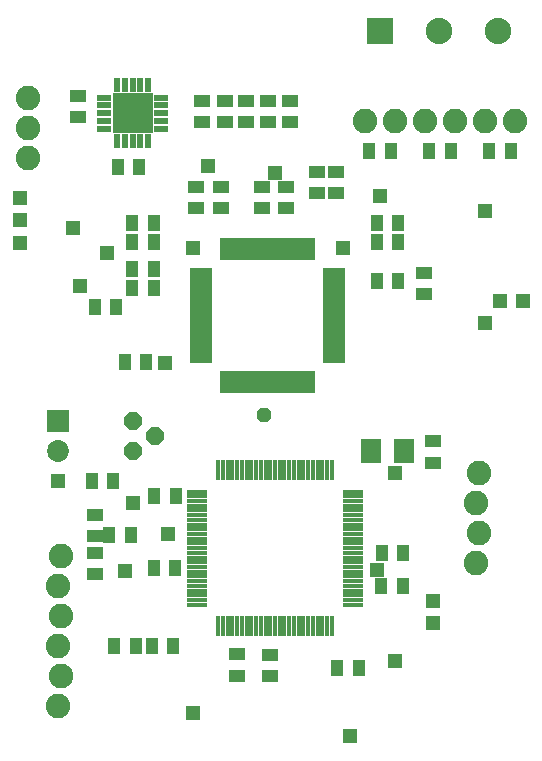
<source format=gts>
G75*
%MOIN*%
%OFA0B0*%
%FSLAX24Y24*%
%IPPOS*%
%LPD*%
%AMOC8*
5,1,8,0,0,1.08239X$1,22.5*
%
%ADD10R,0.0740X0.0190*%
%ADD11R,0.0190X0.0740*%
%ADD12R,0.0470X0.0220*%
%ADD13R,0.0220X0.0470*%
%ADD14R,0.1320X0.1320*%
%ADD15R,0.0552X0.0395*%
%ADD16R,0.0730X0.0730*%
%ADD17C,0.0730*%
%ADD18R,0.0395X0.0552*%
%ADD19C,0.0820*%
%ADD20OC8,0.0600*%
%ADD21R,0.0660X0.0170*%
%ADD22R,0.0170X0.0660*%
%ADD23R,0.0710X0.0789*%
%ADD24R,0.0880X0.0880*%
%ADD25C,0.0880*%
%ADD26R,0.0476X0.0476*%
%ADD27OC8,0.0476*%
D10*
X007280Y013980D03*
X007280Y014180D03*
X007280Y014380D03*
X007280Y014570D03*
X007280Y014770D03*
X007280Y014970D03*
X007280Y015160D03*
X007280Y015360D03*
X007280Y015560D03*
X007280Y015760D03*
X007280Y015950D03*
X007280Y016150D03*
X007280Y016350D03*
X007280Y016540D03*
X007280Y016740D03*
X007280Y016940D03*
X011700Y016940D03*
X011700Y016740D03*
X011700Y016540D03*
X011700Y016350D03*
X011700Y016150D03*
X011700Y015950D03*
X011700Y015760D03*
X011700Y015560D03*
X011700Y015360D03*
X011700Y015160D03*
X011700Y014970D03*
X011700Y014770D03*
X011700Y014570D03*
X011700Y014380D03*
X011700Y014180D03*
X011700Y013980D03*
D11*
X010970Y013250D03*
X010770Y013250D03*
X010570Y013250D03*
X010380Y013250D03*
X010180Y013250D03*
X009980Y013250D03*
X009790Y013250D03*
X009590Y013250D03*
X009390Y013250D03*
X009190Y013250D03*
X009000Y013250D03*
X008800Y013250D03*
X008600Y013250D03*
X008410Y013250D03*
X008210Y013250D03*
X008010Y013250D03*
X008010Y017670D03*
X008210Y017670D03*
X008410Y017670D03*
X008600Y017670D03*
X008800Y017670D03*
X009000Y017670D03*
X009190Y017670D03*
X009390Y017670D03*
X009590Y017670D03*
X009790Y017670D03*
X009980Y017670D03*
X010180Y017670D03*
X010380Y017670D03*
X010570Y017670D03*
X010770Y017670D03*
X010970Y017670D03*
D12*
X005930Y021700D03*
X005930Y021950D03*
X005930Y022210D03*
X005930Y022470D03*
X005930Y022720D03*
X004050Y022720D03*
X004050Y022470D03*
X004050Y022210D03*
X004050Y021950D03*
X004050Y021700D03*
D13*
X004480Y021270D03*
X004730Y021270D03*
X004990Y021270D03*
X005250Y021270D03*
X005500Y021270D03*
X005500Y023150D03*
X005250Y023150D03*
X004990Y023150D03*
X004730Y023150D03*
X004480Y023150D03*
D14*
X004990Y022210D03*
D15*
X003170Y022086D03*
X003170Y022794D03*
X007090Y019764D03*
X007090Y019056D03*
X007940Y019056D03*
X007940Y019764D03*
X009290Y019764D03*
X009290Y019056D03*
X010090Y019056D03*
X010090Y019764D03*
X011130Y019546D03*
X011130Y020254D03*
X011770Y020254D03*
X011770Y019546D03*
X010250Y021916D03*
X010250Y022624D03*
X009520Y022624D03*
X009520Y021916D03*
X008780Y021916D03*
X008780Y022624D03*
X008060Y022624D03*
X008060Y021916D03*
X007300Y021916D03*
X007300Y022624D03*
X014700Y016884D03*
X014700Y016176D03*
X015010Y011274D03*
X015010Y010566D03*
X009580Y004154D03*
X009580Y003446D03*
X008480Y003466D03*
X008480Y004174D03*
X003740Y006856D03*
X003740Y007564D03*
X003740Y008106D03*
X003740Y008814D03*
D16*
X002490Y011960D03*
D17*
X002490Y010960D03*
D18*
X003636Y009960D03*
X004344Y009960D03*
X004216Y008140D03*
X004924Y008140D03*
X005696Y007040D03*
X006404Y007040D03*
X006424Y009440D03*
X005716Y009440D03*
X005444Y013910D03*
X004736Y013910D03*
X004444Y015740D03*
X004986Y016370D03*
X004986Y017010D03*
X005694Y017010D03*
X005694Y016370D03*
X005694Y017910D03*
X005694Y018560D03*
X004986Y018560D03*
X004986Y017910D03*
X003736Y015740D03*
X004506Y020430D03*
X005214Y020430D03*
X012886Y020960D03*
X013594Y020960D03*
X014886Y020960D03*
X015594Y020960D03*
X016886Y020960D03*
X017594Y020960D03*
X013844Y018560D03*
X013844Y017910D03*
X013136Y017910D03*
X013136Y018560D03*
X013136Y016610D03*
X013844Y016610D03*
X014004Y007560D03*
X013296Y007560D03*
X013286Y006450D03*
X013994Y006450D03*
X012524Y003720D03*
X011816Y003720D03*
X006344Y004460D03*
X005636Y004460D03*
X005094Y004460D03*
X004386Y004460D03*
D19*
X002490Y002460D03*
X002590Y003460D03*
X002490Y004460D03*
X002590Y005460D03*
X002490Y006460D03*
X002590Y007460D03*
X001490Y020710D03*
X001490Y021710D03*
X001490Y022710D03*
X012740Y021960D03*
X013740Y021960D03*
X014740Y021960D03*
X015740Y021960D03*
X016740Y021960D03*
X017740Y021960D03*
X016540Y010210D03*
X016440Y009210D03*
X016540Y008210D03*
X016440Y007210D03*
D20*
X005740Y011460D03*
X004990Y010960D03*
X004990Y011960D03*
D21*
X007140Y009600D03*
X007140Y009440D03*
X007140Y009280D03*
X007140Y009130D03*
X007140Y008970D03*
X007140Y008810D03*
X007140Y008650D03*
X007140Y008500D03*
X007140Y008340D03*
X007140Y008180D03*
X007140Y008020D03*
X007140Y007870D03*
X007140Y007710D03*
X007140Y007550D03*
X007140Y007400D03*
X007140Y007240D03*
X007140Y007080D03*
X007140Y006920D03*
X007140Y006770D03*
X007140Y006610D03*
X007140Y006450D03*
X007140Y006290D03*
X007140Y006140D03*
X007140Y005980D03*
X007140Y005820D03*
X012340Y005820D03*
X012340Y005980D03*
X012340Y006140D03*
X012340Y006290D03*
X012340Y006450D03*
X012340Y006610D03*
X012340Y006770D03*
X012340Y006920D03*
X012340Y007080D03*
X012340Y007240D03*
X012340Y007400D03*
X012340Y007550D03*
X012340Y007710D03*
X012340Y007870D03*
X012340Y008020D03*
X012340Y008180D03*
X012340Y008340D03*
X012340Y008500D03*
X012340Y008650D03*
X012340Y008810D03*
X012340Y008970D03*
X012340Y009130D03*
X012340Y009280D03*
X012340Y009440D03*
X012340Y009600D03*
D22*
X011630Y010310D03*
X011470Y010310D03*
X011310Y010310D03*
X011160Y010310D03*
X011000Y010310D03*
X010840Y010310D03*
X010680Y010310D03*
X010530Y010310D03*
X010370Y010310D03*
X010210Y010310D03*
X010050Y010310D03*
X009900Y010310D03*
X009740Y010310D03*
X009580Y010310D03*
X009430Y010310D03*
X009270Y010310D03*
X009110Y010310D03*
X008950Y010310D03*
X008800Y010310D03*
X008640Y010310D03*
X008480Y010310D03*
X008320Y010310D03*
X008170Y010310D03*
X008010Y010310D03*
X007850Y010310D03*
X007850Y005110D03*
X008010Y005110D03*
X008170Y005110D03*
X008320Y005110D03*
X008480Y005110D03*
X008640Y005110D03*
X008800Y005110D03*
X008950Y005110D03*
X009110Y005110D03*
X009270Y005110D03*
X009430Y005110D03*
X009580Y005110D03*
X009740Y005110D03*
X009900Y005110D03*
X010050Y005110D03*
X010210Y005110D03*
X010370Y005110D03*
X010530Y005110D03*
X010680Y005110D03*
X010840Y005110D03*
X011000Y005110D03*
X011160Y005110D03*
X011310Y005110D03*
X011470Y005110D03*
X011630Y005110D03*
D23*
X012939Y010960D03*
X014041Y010960D03*
D24*
X013240Y024960D03*
D25*
X015209Y024960D03*
X017177Y024960D03*
D26*
X013240Y019460D03*
X011990Y017710D03*
X009740Y020210D03*
X007490Y020460D03*
X006990Y017710D03*
X006060Y013880D03*
X003240Y016460D03*
X004130Y017550D03*
X002990Y018390D03*
X001240Y018640D03*
X001240Y017890D03*
X001240Y019390D03*
X002490Y009960D03*
X004740Y006960D03*
X006160Y008170D03*
X004990Y009210D03*
X002740Y003460D03*
X006990Y002210D03*
X012240Y001460D03*
X013740Y003960D03*
X014990Y005210D03*
X014990Y005960D03*
X013140Y007000D03*
X013740Y010210D03*
X016740Y015210D03*
X017240Y015960D03*
X017990Y015960D03*
X016740Y018960D03*
D27*
X009370Y012150D03*
M02*

</source>
